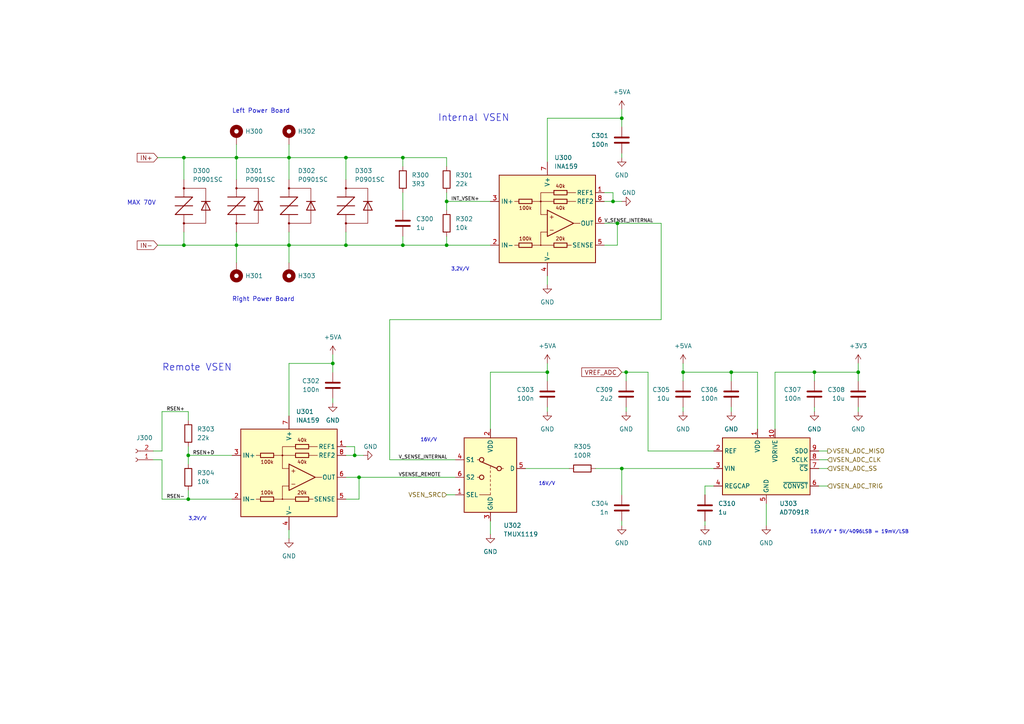
<source format=kicad_sch>
(kicad_sch (version 20231120) (generator "eeschema") (generator_version "8.0")
  (paper "A4")
  (title_block (title "Input Protection & Voltage Sense") (date "02/2024") (company "Martin Kopka"))
  (lib_symbols
    (symbol "Connector:Conn_01x02_Female" (pin_names (offset 1.016) hide)
      (property "Reference" "J" (at 0 2.54 0))
      (property "Value" "Conn_01x02_Female" (at 0 -5.08 0))
      (symbol "Conn_01x02_Female_1_1"
        (arc (start 0 -2.032) (mid -0.5058 -2.54) (end 0 -3.048) (stroke (width 0.1524)))
        (polyline (pts (xy -1.27 -2.54) (xy -0.508 -2.54)) (stroke (width 0.1524)))
        (polyline (pts (xy -1.27 0) (xy -0.508 0)) (stroke (width 0.1524)))
        (arc (start 0 0.508) (mid -0.5058 0) (end 0 -0.508) (stroke (width 0.1524)))
        (pin passive line (at -5.08 0 0) (length 3.81) (name "Pin_1") (number "1"))
        (pin passive line (at -5.08 -2.54 0) (length 3.81) (name "Pin_2") (number "2"))
      )
    )
    (symbol "Device:C" (pin_numbers hide) (pin_names (offset 0.254))
      (property "Reference" "C" (at 0.635 2.54 0))
      (property "Value" "C" (at 0.635 -2.54 0))
      (symbol "C_0_1"
        (polyline (pts (xy -2.032 -0.762) (xy 2.032 -0.762)) (stroke (width 0.508)))
        (polyline (pts (xy -2.032 0.762) (xy 2.032 0.762)) (stroke (width 0.508)))
      )
      (symbol "C_1_1"
        (pin passive line (at 0 3.81 270) (length 2.794) (name "~") (number "1"))
        (pin passive line (at 0 -3.81 90) (length 2.794) (name "~") (number "2"))
      )
    )
    (symbol "Device:R" (pin_numbers hide) (pin_names (offset 0))
      (property "Reference" "R" (at 2.032 0 90))
      (property "Value" "R" (at 0 0 90))
      (symbol "R_0_1"
        (rectangle (start -1.016 -2.54) (end 1.016 2.54) (stroke (width 0.254)))
      )
      (symbol "R_1_1"
        (pin passive line (at 0 3.81 270) (length 1.27) (name "~") (number "1"))
        (pin passive line (at 0 -3.81 90) (length 1.27) (name "~") (number "2"))
      )
    )
    (symbol "INA159_1"
      (property "Reference" "U" (at 6.35 19.05 0))
      (property "Value" "INA159_1" (at 6.35 16.51 0))
      (symbol "INA159_1_0_0"
        (rectangle (start -13.97 13.97) (end 13.97 -11.43) (stroke (width 0.25)) (fill (type background)))
        (circle (center -1.905 -6.35) (radius 0.127) (fill (type outline)))
        (circle (center -1.905 6.35) (radius 0.1796) (fill (type outline)))
        (polyline (pts (xy -4.445 -6.35) (xy 1.905 -6.35)))
        (polyline (pts (xy -1.905 -2.54) (xy -1.905 -6.35)))
        (polyline (pts (xy 5.715 -6.35) (xy 6.985 -6.35) (xy 6.985 -6.35)))
        (polyline (pts (xy 5.715 6.35) (xy 8.255 6.35) (xy 7.62 6.35)))
        (polyline (pts (xy 5.715 8.89) (xy 8.255 8.89) (xy 7.62 8.89)))
        (polyline (pts (xy 7.62 0) (xy 9.525 0) (xy 8.89 0)))
        (text "+" (at 1.27 1.905 0) (effects (font (size 1.27 1.27))))
        (text "-" (at 1.27 -1.905 0) (effects (font (size 1.27 1.27))))
        (text "100k" (at -6.35 -4.445 0) (effects (font (size 1 1))))
        (text "100k" (at -6.35 4.445 0) (effects (font (size 1 1))))
        (text "20k" (at 3.81 -4.445 0) (effects (font (size 1 1))))
        (text "40k" (at 3.81 4.445 0) (effects (font (size 1 1))))
        (text "40k" (at 3.81 10.795 0) (effects (font (size 1 1))))
      )
      (symbol "INA159_1_0_1"
        (rectangle (start -8.255 -5.715) (end -4.445 -6.985) (stroke (width 0.25)))
        (rectangle (start -8.255 6.985) (end -4.445 5.715) (stroke (width 0.25)))
        (polyline (pts (xy -8.255 -6.35) (xy -9.525 -6.35)))
        (polyline (pts (xy -8.255 6.35) (xy -9.525 6.35)))
        (polyline (pts (xy -4.445 6.35) (xy -1.905 6.35)))
        (polyline (pts (xy -1.905 -2.54) (xy 0 -2.54)))
        (polyline (pts (xy -1.905 2.54) (xy 0 2.54)))
        (polyline (pts (xy -1.905 2.54) (xy -1.905 6.35) (xy 1.905 6.35)))
        (polyline (pts (xy -1.905 6.35) (xy -1.905 8.89) (xy 1.905 8.89)))
        (polyline (pts (xy 0 3.81) (xy 7.62 0) (xy 0 -3.81) (xy 0 3.81)) (stroke (width 0.254)) (fill (type background)))
        (rectangle (start 1.905 -5.715) (end 5.715 -6.985) (stroke (width 0.25)))
        (rectangle (start 1.905 6.985) (end 5.715 5.715) (stroke (width 0.25)))
        (rectangle (start 1.905 9.525) (end 5.715 8.255) (stroke (width 0.25)))
      )
      (symbol "INA159_1_1_1"
        (pin input line (at 16.51 8.89 180) (length 2.54) (name "REF1") (number "1"))
        (pin input line (at -16.51 -6.35 0) (length 2.54) (name "IN-") (number "2"))
        (pin input line (at -16.51 6.35 0) (length 2.54) (name "IN+") (number "3"))
        (pin power_in line (at 0 -15.24 90) (length 3.81) (name "V-") (number "4"))
        (pin input line (at 16.51 -6.35 180) (length 2.54) (name "SENSE") (number "5"))
        (pin output line (at 16.51 0 180) (length 2.54) (name "OUT") (number "6"))
        (pin power_in line (at 0 17.78 270) (length 3.81) (name "V+") (number "7"))
        (pin input line (at 16.51 6.35 180) (length 2.54) (name "REF2") (number "8"))
      )
    )
    (symbol "Mechanical:MountingHole_Pad" (pin_numbers hide) (pin_names (offset 1.016) hide)
      (property "Reference" "H" (at 0 6.35 0))
      (property "Value" "MountingHole_Pad" (at 0 4.445 0))
      (symbol "MountingHole_Pad_0_1"
        (circle (center 0 1.27) (radius 1.27) (stroke (width 1.27)))
      )
      (symbol "MountingHole_Pad_1_1"
        (pin input line (at 0 -2.54 90) (length 2.54) (name "1") (number "1"))
      )
    )
    (symbol "Pxxx1Sx_1" (pin_numbers hide) (pin_names hide)
      (property "Reference" "D" (at -5.08 1.27 0))
      (property "Value" "Pxxx1Sx_1" (at -5.08 -1.27 0))
      (symbol "Pxxx1Sx_1_0_1"
        (circle (center 0 -5.08) (radius 0.254) (fill (type outline)))
        (polyline (pts (xy -2.54 0) (xy 2.54 0)) (stroke (width 0.25)))
        (polyline (pts (xy 5.08 1.27) (xy 7.62 1.27)) (stroke (width 0.25)))
        (polyline (pts (xy 6.35 -1.27) (xy 6.35 1.27)))
        (polyline (pts (xy -2.54 2.54) (xy 2.54 2.54) (xy -2.54 -2.54) (xy 2.54 -2.54)) (stroke (width 0.25)))
        (polyline (pts (xy 0 -2.54) (xy 0 -5.08) (xy 6.35 -5.08) (xy 6.35 -1.27)))
        (polyline (pts (xy 0 2.54) (xy 0 5.08) (xy 6.35 5.08) (xy 6.35 1.27)))
        (polyline (pts (xy 7.62 -1.27) (xy 5.08 -1.27) (xy 6.35 1.27) (xy 7.62 -1.27)) (stroke (width 0.254)))
        (circle (center 0 5.08) (radius 0.254) (fill (type outline)))
      )
      (symbol "Pxxx1Sx_1_1_1"
        (pin passive line (at 0 7.62 270) (length 2.54) (name "G") (number "1"))
        (pin passive line (at 0 -7.62 90) (length 2.54) (name "T/R") (number "2"))
      )
    )
    (symbol "Pxxx1Sx_2" (pin_numbers hide) (pin_names hide)
      (property "Reference" "D" (at -5.08 1.27 0))
      (property "Value" "Pxxx1Sx_2" (at -5.08 -1.27 0))
      (symbol "Pxxx1Sx_2_0_1"
        (circle (center 0 -5.08) (radius 0.254) (fill (type outline)))
        (polyline (pts (xy -2.54 0) (xy 2.54 0)) (stroke (width 0.25)))
        (polyline (pts (xy 5.08 1.27) (xy 7.62 1.27)) (stroke (width 0.25)))
        (polyline (pts (xy 6.35 -1.27) (xy 6.35 1.27)))
        (polyline (pts (xy -2.54 2.54) (xy 2.54 2.54) (xy -2.54 -2.54) (xy 2.54 -2.54)) (stroke (width 0.25)))
        (polyline (pts (xy 0 -2.54) (xy 0 -5.08) (xy 6.35 -5.08) (xy 6.35 -1.27)))
        (polyline (pts (xy 0 2.54) (xy 0 5.08) (xy 6.35 5.08) (xy 6.35 1.27)))
        (polyline (pts (xy 7.62 -1.27) (xy 5.08 -1.27) (xy 6.35 1.27) (xy 7.62 -1.27)) (stroke (width 0.254)))
        (circle (center 0 5.08) (radius 0.254) (fill (type outline)))
      )
      (symbol "Pxxx1Sx_2_1_1"
        (pin passive line (at 0 7.62 270) (length 2.54) (name "G") (number "1"))
        (pin passive line (at 0 -7.62 90) (length 2.54) (name "T/R") (number "2"))
      )
    )
    (symbol "Pxxx1Sx_3" (pin_numbers hide) (pin_names hide)
      (property "Reference" "D" (at -5.08 1.27 0))
      (property "Value" "Pxxx1Sx_3" (at -5.08 -1.27 0))
      (symbol "Pxxx1Sx_3_0_1"
        (circle (center 0 -5.08) (radius 0.254) (fill (type outline)))
        (polyline (pts (xy -2.54 0) (xy 2.54 0)) (stroke (width 0.25)))
        (polyline (pts (xy 5.08 1.27) (xy 7.62 1.27)) (stroke (width 0.25)))
        (polyline (pts (xy 6.35 -1.27) (xy 6.35 1.27)))
        (polyline (pts (xy -2.54 2.54) (xy 2.54 2.54) (xy -2.54 -2.54) (xy 2.54 -2.54)) (stroke (width 0.25)))
        (polyline (pts (xy 0 -2.54) (xy 0 -5.08) (xy 6.35 -5.08) (xy 6.35 -1.27)))
        (polyline (pts (xy 0 2.54) (xy 0 5.08) (xy 6.35 5.08) (xy 6.35 1.27)))
        (polyline (pts (xy 7.62 -1.27) (xy 5.08 -1.27) (xy 6.35 1.27) (xy 7.62 -1.27)) (stroke (width 0.254)))
        (circle (center 0 5.08) (radius 0.254) (fill (type outline)))
      )
      (symbol "Pxxx1Sx_3_1_1"
        (pin passive line (at 0 7.62 270) (length 2.54) (name "G") (number "1"))
        (pin passive line (at 0 -7.62 90) (length 2.54) (name "T/R") (number "2"))
      )
    )
    (symbol "TMUX1119_1"
      (property "Reference" "U" (at 2.54 16.51 0))
      (property "Value" "TMUX1119_1" (at 2.54 13.97 0))
      (symbol "TMUX1119_1_0_1"
        (rectangle (start -7.62 11.43) (end 7.62 -10.16) (stroke (width 0.254)) (fill (type background)))
        (circle (center -2.54 0) (radius 0.635) (stroke (width 0.254)))
        (circle (center -2.54 5.08) (radius 0.635) (stroke (width 0.254)))
        (polyline (pts (xy -3.81 0) (xy -3.175 0)))
        (polyline (pts (xy -3.81 5.08) (xy -3.175 5.08)))
        (polyline (pts (xy -3.175 -5.08) (xy 0 -5.08)))
        (polyline (pts (xy 0 -4.445) (xy 0 -5.08)))
        (polyline (pts (xy 0 -3.175) (xy 0 -3.81)))
        (polyline (pts (xy 0 -1.905) (xy 0 -2.54)))
        (polyline (pts (xy 0 -0.635) (xy 0 -1.27)))
        (polyline (pts (xy 0 0.635) (xy 0 0)))
        (polyline (pts (xy 0 1.905) (xy 0 1.27)))
        (polyline (pts (xy 0 3.175) (xy 0 2.54)))
        (polyline (pts (xy 1.905 2.54) (xy -2.54 4.445)) (stroke (width 0.254)))
        (polyline (pts (xy 3.81 2.54) (xy 3.175 2.54)))
        (circle (center 2.54 2.54) (radius 0.635) (stroke (width 0.254)))
      )
      (symbol "TMUX1119_1_1_1"
        (pin input line (at -10.16 -5.08 0) (length 2.54) (name "SEL") (number "1"))
        (pin power_in line (at 0 13.97 270) (length 2.54) (name "VDD") (number "2"))
        (pin power_in line (at 0 -12.7 90) (length 2.54) (name "GND") (number "3"))
        (pin bidirectional line (at -10.16 5.08 0) (length 2.54) (name "S1") (number "4"))
        (pin bidirectional line (at 10.16 2.54 180) (length 2.54) (name "D") (number "5"))
        (pin bidirectional line (at -10.16 0 0) (length 2.54) (name "S2") (number "6"))
      )
    )
    (symbol "Transistor_IGBT:AD7091R"
      (property "Reference" "U" (at 5.08 11.43 0))
      (property "Value" "AD7091R" (at 5.08 8.89 0))
      (symbol "AD7091R_0_1"
        (rectangle (start -12.7 6.35) (end 12.7 -10.16) (stroke (width 0.254)) (fill (type background)))
      )
      (symbol "AD7091R_1_1"
        (pin power_in line (at -2.54 8.89 270) (length 2.54) (name "VDD") (number "1"))
        (pin power_in line (at 2.54 8.89 270) (length 2.54) (name "VDRIVE") (number "10"))
        (pin input line (at -15.24 2.54 0) (length 2.54) (name "REF") (number "2"))
        (pin input line (at -15.24 -2.54 0) (length 2.54) (name "VIN") (number "3"))
        (pin passive line (at -15.24 -7.62 0) (length 2.54) (name "REGCAP") (number "4"))
        (pin power_in line (at 0 -12.7 90) (length 2.54) (name "GND") (number "5"))
        (pin input line (at 15.24 -7.62 180) (length 2.54) (name "~{CONVST}") (number "6"))
        (pin input line (at 15.24 -2.54 180) (length 2.54) (name "~{CS}") (number "7"))
        (pin input line (at 15.24 0 180) (length 2.54) (name "SCLK") (number "8"))
        (pin output line (at 15.24 2.54 180) (length 2.54) (name "SDO") (number "9"))
      )
    )
    (symbol "power:+3V3" (power) (pin_names (offset 0))
      (property "Value" "+3V3" (at 0 3.556 0))
      (symbol "+3V3_0_1"
        (polyline (pts (xy -0.762 1.27) (xy 0 2.54)))
        (polyline (pts (xy 0 0) (xy 0 2.54)))
        (polyline (pts (xy 0 2.54) (xy 0.762 1.27)))
      )
      (symbol "+3V3_1_1"
        (pin power_in line (at 0 0 90) (length 0) hide (name "+3V3") (number "1"))
      )
    )
    (symbol "power:+5VA" (power) (pin_names (offset 0))
      (property "Value" "+5VA" (at 0 3.556 0))
      (symbol "+5VA_0_1"
        (polyline (pts (xy -0.762 1.27) (xy 0 2.54)))
        (polyline (pts (xy 0 0) (xy 0 2.54)))
        (polyline (pts (xy 0 2.54) (xy 0.762 1.27)))
      )
      (symbol "+5VA_1_1"
        (pin power_in line (at 0 0 90) (length 0) hide (name "+5VA") (number "1"))
      )
    )
    (symbol "power:GND" (power) (pin_names (offset 0))
      (property "Value" "GND" (at 0 -3.81 0))
      (symbol "GND_0_1"
        (polyline (pts (xy 0 0) (xy 0 -1.27) (xy 1.27 -1.27) (xy 0 -2.54) (xy -1.27 -1.27) (xy 0 -1.27)))
      )
      (symbol "GND_1_1"
        (pin power_in line (at 0 0 270) (length 0) hide (name "GND") (number "1"))
      )
    )
    (symbol "w-analog-ic:INA159"
      (property "Reference" "U" (at 6.35 19.05 0))
      (property "Value" "INA159" (at 6.35 16.51 0))
      (symbol "INA159_0_0"
        (rectangle (start -13.97 13.97) (end 13.97 -11.43) (stroke (width 0.25)) (fill (type background)))
        (circle (center -1.905 -6.35) (radius 0.127) (fill (type outline)))
        (circle (center -1.905 6.35) (radius 0.1796) (fill (type outline)))
        (polyline (pts (xy -4.445 -6.35) (xy 1.905 -6.35)))
        (polyline (pts (xy -1.905 -2.54) (xy -1.905 -6.35)))
        (polyline (pts (xy 5.715 -6.35) (xy 6.985 -6.35) (xy 6.985 -6.35)))
        (polyline (pts (xy 5.715 6.35) (xy 8.255 6.35) (xy 7.62 6.35)))
        (polyline (pts (xy 5.715 8.89) (xy 8.255 8.89) (xy 7.62 8.89)))
        (polyline (pts (xy 7.62 0) (xy 9.525 0) (xy 8.89 0)))
        (text "+" (at 1.27 1.905 0) (effects (font (size 1.27 1.27))))
        (text "-" (at 1.27 -1.905 0) (effects (font (size 1.27 1.27))))
        (text "100k" (at -6.35 -4.445 0) (effects (font (size 1 1))))
        (text "100k" (at -6.35 4.445 0) (effects (font (size 1 1))))
        (text "20k" (at 3.81 -4.445 0) (effects (font (size 1 1))))
        (text "40k" (at 3.81 4.445 0) (effects (font (size 1 1))))
        (text "40k" (at 3.81 10.795 0) (effects (font (size 1 1))))
      )
      (symbol "INA159_0_1"
        (rectangle (start -8.255 -5.715) (end -4.445 -6.985) (stroke (width 0.25)))
        (rectangle (start -8.255 6.985) (end -4.445 5.715) (stroke (width 0.25)))
        (polyline (pts (xy -8.255 -6.35) (xy -9.525 -6.35)))
        (polyline (pts (xy -8.255 6.35) (xy -9.525 6.35)))
        (polyline (pts (xy -4.445 6.35) (xy -1.905 6.35)))
        (polyline (pts (xy -1.905 -2.54) (xy 0 -2.54)))
        (polyline (pts (xy -1.905 2.54) (xy 0 2.54)))
        (polyline (pts (xy -1.905 2.54) (xy -1.905 6.35) (xy 1.905 6.35)))
        (polyline (pts (xy -1.905 6.35) (xy -1.905 8.89) (xy 1.905 8.89)))
        (polyline (pts (xy 0 3.81) (xy 7.62 0) (xy 0 -3.81) (xy 0 3.81)) (stroke (width 0.254)) (fill (type background)))
        (rectangle (start 1.905 -5.715) (end 5.715 -6.985) (stroke (width 0.25)))
        (rectangle (start 1.905 6.985) (end 5.715 5.715) (stroke (width 0.25)))
        (rectangle (start 1.905 9.525) (end 5.715 8.255) (stroke (width 0.25)))
      )
      (symbol "INA159_1_1"
        (pin input line (at 16.51 8.89 180) (length 2.54) (name "REF1") (number "1"))
        (pin input line (at -16.51 -6.35 0) (length 2.54) (name "IN-") (number "2"))
        (pin input line (at -16.51 6.35 0) (length 2.54) (name "IN+") (number "3"))
        (pin power_in line (at 0 -15.24 90) (length 3.81) (name "V-") (number "4"))
        (pin input line (at 16.51 -6.35 180) (length 2.54) (name "SENSE") (number "5"))
        (pin output line (at 16.51 0 180) (length 2.54) (name "OUT") (number "6"))
        (pin power_in line (at 0 17.78 270) (length 3.81) (name "V+") (number "7"))
        (pin input line (at 16.51 6.35 180) (length 2.54) (name "REF2") (number "8"))
      )
    )
    (symbol "w-diode:Pxxx1Sx" (pin_numbers hide) (pin_names hide)
      (property "Reference" "D" (at -5.08 1.27 0))
      (property "Value" "Pxxx1Sx" (at -5.08 -1.27 0))
      (symbol "Pxxx1Sx_0_1"
        (circle (center 0 -5.08) (radius 0.254) (fill (type outline)))
        (polyline (pts (xy -2.54 0) (xy 2.54 0)) (stroke (width 0.25)))
        (polyline (pts (xy 5.08 1.27) (xy 7.62 1.27)) (stroke (width 0.25)))
        (polyline (pts (xy 6.35 -1.27) (xy 6.35 1.27)))
        (polyline (pts (xy -2.54 2.54) (xy 2.54 2.54) (xy -2.54 -2.54) (xy 2.54 -2.54)) (stroke (width 0.25)))
        (polyline (pts (xy 0 -2.54) (xy 0 -5.08) (xy 6.35 -5.08) (xy 6.35 -1.27)))
        (polyline (pts (xy 0 2.54) (xy 0 5.08) (xy 6.35 5.08) (xy 6.35 1.27)))
        (polyline (pts (xy 7.62 -1.27) (xy 5.08 -1.27) (xy 6.35 1.27) (xy 7.62 -1.27)) (stroke (width 0.254)))
        (circle (center 0 5.08) (radius 0.254) (fill (type outline)))
      )
      (symbol "Pxxx1Sx_1_1"
        (pin passive line (at 0 7.62 270) (length 2.54) (name "G") (number "1"))
        (pin passive line (at 0 -7.62 90) (length 2.54) (name "T/R") (number "2"))
      )
    )
  )
  (junction (at 181.61 107.95))
  (junction (at 53.34 71.12))
  (junction (at 104.14 138.43))
  (junction (at 102.87 132.08))
  (junction (at 100.33 71.12))
  (junction (at 180.34 34.29))
  (junction (at 83.82 45.72))
  (junction (at 116.84 45.72))
  (junction (at 129.54 58.42))
  (junction (at 129.54 71.12))
  (junction (at 83.82 71.12))
  (junction (at 248.92 107.95))
  (junction (at 177.8 58.42))
  (junction (at 54.61 132.08))
  (junction (at 68.58 71.12))
  (junction (at 236.22 107.95))
  (junction (at 180.34 135.89))
  (junction (at 116.84 71.12))
  (junction (at 179.07 64.77))
  (junction (at 198.12 107.95))
  (junction (at 54.61 144.78))
  (junction (at 68.58 45.72))
  (junction (at 100.33 45.72))
  (junction (at 53.34 45.72))
  (junction (at 96.52 105.41))
  (junction (at 212.09 107.95))
  (junction (at 158.75 107.95))
  (wire (pts (xy 152.4 135.89) (xy 165.1 135.89)))
  (wire (pts (xy 237.49 133.35) (xy 240.03 133.35)))
  (wire (pts (xy 96.52 102.87) (xy 96.52 105.41)))
  (wire (pts (xy 96.52 105.41) (xy 96.52 107.95)))
  (wire (pts (xy 204.47 140.97) (xy 204.47 143.51)))
  (wire (pts (xy 113.03 92.71) (xy 191.77 92.71)))
  (wire (pts (xy 83.82 105.41) (xy 83.82 120.65)))
  (wire (pts (xy 219.71 124.46) (xy 219.71 107.95)))
  (wire (pts (xy 102.87 129.54) (xy 102.87 132.08)))
  (wire (pts (xy 83.82 45.72) (xy 68.58 45.72)))
  (wire (pts (xy 172.72 135.89) (xy 180.34 135.89)))
  (wire (pts (xy 175.26 71.12) (xy 179.07 71.12)))
  (wire (pts (xy 67.31 144.78) (xy 54.61 144.78)))
  (wire (pts (xy 187.96 107.95) (xy 181.61 107.95)))
  (wire (pts (xy 158.75 80.01) (xy 158.75 82.55)))
  (wire (pts (xy 142.24 151.13) (xy 142.24 154.94)))
  (wire (pts (xy 68.58 45.72) (xy 53.34 45.72)))
  (wire (pts (xy 104.14 138.43) (xy 132.08 138.43)))
  (wire (pts (xy 83.82 71.12) (xy 68.58 71.12)))
  (wire (pts (xy 44.45 133.35) (xy 46.99 133.35)))
  (wire (pts (xy 68.58 71.12) (xy 68.58 76.2)))
  (wire (pts (xy 53.34 67.31) (xy 53.34 71.12)))
  (wire (pts (xy 54.61 144.78) (xy 54.61 142.24)))
  (wire (pts (xy 158.75 105.41) (xy 158.75 107.95)))
  (wire (pts (xy 181.61 107.95) (xy 181.61 110.49)))
  (wire (pts (xy 248.92 118.11) (xy 248.92 119.38)))
  (wire (pts (xy 46.99 130.81) (xy 46.99 119.38)))
  (wire (pts (xy 100.33 138.43) (xy 104.14 138.43)))
  (wire (pts (xy 116.84 55.88) (xy 116.84 60.96)))
  (wire (pts (xy 68.58 71.12) (xy 53.34 71.12)))
  (wire (pts (xy 175.26 64.77) (xy 179.07 64.77)))
  (wire (pts (xy 175.26 58.42) (xy 177.8 58.42)))
  (wire (pts (xy 181.61 118.11) (xy 181.61 119.38)))
  (wire (pts (xy 116.84 68.58) (xy 116.84 71.12)))
  (wire (pts (xy 113.03 133.35) (xy 113.03 92.71)))
  (wire (pts (xy 83.82 67.31) (xy 83.82 71.12)))
  (wire (pts (xy 100.33 144.78) (xy 104.14 144.78)))
  (wire (pts (xy 100.33 132.08) (xy 102.87 132.08)))
  (wire (pts (xy 83.82 105.41) (xy 96.52 105.41)))
  (wire (pts (xy 248.92 110.49) (xy 248.92 107.95)))
  (wire (pts (xy 175.26 55.88) (xy 177.8 55.88)))
  (wire (pts (xy 224.79 107.95) (xy 236.22 107.95)))
  (wire (pts (xy 198.12 107.95) (xy 212.09 107.95)))
  (wire (pts (xy 53.34 45.72) (xy 53.34 52.07)))
  (wire (pts (xy 96.52 115.57) (xy 96.52 116.84)))
  (wire (pts (xy 219.71 107.95) (xy 212.09 107.95)))
  (wire (pts (xy 222.25 146.05) (xy 222.25 152.4)))
  (wire (pts (xy 180.34 107.95) (xy 181.61 107.95)))
  (wire (pts (xy 180.34 151.13) (xy 180.34 152.4)))
  (wire (pts (xy 129.54 58.42) (xy 129.54 55.88)))
  (wire (pts (xy 116.84 71.12) (xy 100.33 71.12)))
  (wire (pts (xy 46.99 133.35) (xy 46.99 144.78)))
  (wire (pts (xy 68.58 52.07) (xy 68.58 45.72)))
  (wire (pts (xy 129.54 48.26) (xy 129.54 45.72)))
  (wire (pts (xy 100.33 45.72) (xy 83.82 45.72)))
  (wire (pts (xy 54.61 121.92) (xy 54.61 119.38)))
  (wire (pts (xy 179.07 71.12) (xy 179.07 64.77)))
  (wire (pts (xy 129.54 45.72) (xy 116.84 45.72)))
  (wire (pts (xy 83.82 41.91) (xy 83.82 45.72)))
  (wire (pts (xy 180.34 31.75) (xy 180.34 34.29)))
  (wire (pts (xy 198.12 105.41) (xy 198.12 107.95)))
  (wire (pts (xy 180.34 44.45) (xy 180.34 45.72)))
  (wire (pts (xy 248.92 107.95) (xy 236.22 107.95)))
  (wire (pts (xy 129.54 143.51) (xy 132.08 143.51)))
  (wire (pts (xy 68.58 41.91) (xy 68.58 45.72)))
  (wire (pts (xy 237.49 130.81) (xy 240.03 130.81)))
  (wire (pts (xy 116.84 45.72) (xy 100.33 45.72)))
  (wire (pts (xy 45.72 45.72) (xy 53.34 45.72)))
  (wire (pts (xy 83.82 52.07) (xy 83.82 45.72)))
  (wire (pts (xy 191.77 64.77) (xy 191.77 92.71)))
  (wire (pts (xy 142.24 107.95) (xy 158.75 107.95)))
  (wire (pts (xy 129.54 58.42) (xy 129.54 60.96)))
  (wire (pts (xy 67.31 132.08) (xy 54.61 132.08)))
  (wire (pts (xy 142.24 71.12) (xy 129.54 71.12)))
  (wire (pts (xy 116.84 48.26) (xy 116.84 45.72)))
  (wire (pts (xy 68.58 67.31) (xy 68.58 71.12)))
  (wire (pts (xy 187.96 130.81) (xy 187.96 107.95)))
  (wire (pts (xy 142.24 58.42) (xy 129.54 58.42)))
  (wire (pts (xy 105.41 132.08) (xy 102.87 132.08)))
  (wire (pts (xy 100.33 52.07) (xy 100.33 45.72)))
  (wire (pts (xy 104.14 144.78) (xy 104.14 138.43)))
  (wire (pts (xy 54.61 132.08) (xy 54.61 129.54)))
  (wire (pts (xy 180.34 135.89) (xy 207.01 135.89)))
  (wire (pts (xy 129.54 71.12) (xy 129.54 68.58)))
  (wire (pts (xy 158.75 34.29) (xy 158.75 46.99)))
  (wire (pts (xy 54.61 132.08) (xy 54.61 134.62)))
  (wire (pts (xy 187.96 130.81) (xy 207.01 130.81)))
  (wire (pts (xy 132.08 133.35) (xy 113.03 133.35)))
  (wire (pts (xy 46.99 144.78) (xy 54.61 144.78)))
  (wire (pts (xy 236.22 107.95) (xy 236.22 110.49)))
  (wire (pts (xy 236.22 118.11) (xy 236.22 119.38)))
  (wire (pts (xy 198.12 110.49) (xy 198.12 107.95)))
  (wire (pts (xy 116.84 71.12) (xy 129.54 71.12)))
  (wire (pts (xy 204.47 151.13) (xy 204.47 152.4)))
  (wire (pts (xy 44.45 130.81) (xy 46.99 130.81)))
  (wire (pts (xy 177.8 55.88) (xy 177.8 58.42)))
  (wire (pts (xy 212.09 118.11) (xy 212.09 119.38)))
  (wire (pts (xy 180.34 34.29) (xy 180.34 36.83)))
  (wire (pts (xy 53.34 71.12) (xy 45.72 71.12)))
  (wire (pts (xy 46.99 119.38) (xy 54.61 119.38)))
  (wire (pts (xy 198.12 118.11) (xy 198.12 119.38)))
  (wire (pts (xy 224.79 124.46) (xy 224.79 107.95)))
  (wire (pts (xy 237.49 140.97) (xy 240.03 140.97)))
  (wire (pts (xy 191.77 64.77) (xy 179.07 64.77)))
  (wire (pts (xy 248.92 105.41) (xy 248.92 107.95)))
  (wire (pts (xy 158.75 34.29) (xy 180.34 34.29)))
  (wire (pts (xy 100.33 71.12) (xy 83.82 71.12)))
  (wire (pts (xy 83.82 71.12) (xy 83.82 76.2)))
  (wire (pts (xy 100.33 67.31) (xy 100.33 71.12)))
  (wire (pts (xy 180.34 58.42) (xy 177.8 58.42)))
  (wire (pts (xy 207.01 140.97) (xy 204.47 140.97)))
  (wire (pts (xy 142.24 107.95) (xy 142.24 124.46)))
  (wire (pts (xy 180.34 135.89) (xy 180.34 143.51)))
  (wire (pts (xy 83.82 153.67) (xy 83.82 156.21)))
  (wire (pts (xy 212.09 107.95) (xy 212.09 110.49)))
  (wire (pts (xy 158.75 107.95) (xy 158.75 110.49)))
  (wire (pts (xy 158.75 118.11) (xy 158.75 119.38)))
  (wire (pts (xy 237.49 135.89) (xy 240.03 135.89)))
  (wire (pts (xy 100.33 129.54) (xy 102.87 129.54)))
  (text "Left Power Board" (at 67.31 33.02 0) (effects (font (size 1.27 1.27)) (justify left bottom)))
  (text "Right Power Board" (at 67.31 87.63 0) (effects (font (size 1.27 1.27)) (justify left bottom)))
  (text "3,2V/V" (at 54.61 151.13 0) (effects (font (size 1 1)) (justify left bottom)))
  (text "MAX 70V" (at 36.83 59.69 0) (effects (font (size 1.27 1.27)) (justify left bottom)))
  (text "Remote VSEN" (at 46.99 106.68 0) (effects (font (size 2 2)) (justify left)))
  (text "Internal VSEN" (at 127 34.29 0) (effects (font (size 2 2)) (justify left)))
  (text "3,2V/V" (at 130.81 78.74 0) (effects (font (size 1 1)) (justify left bottom)))
  (text "16V/V" (at 156.21 140.97 0) (effects (font (size 1 1)) (justify left bottom)))
  (text "15,6V/V * 5V/4096LSB = 19mV/LSB" (at 234.95 154.94 0) (effects (font (size 1 1)) (justify left bottom)))
  (text "16V/V" (at 121.92 128.27 0) (effects (font (size 1 1)) (justify left bottom)))
  (label "RSEN-" (at 48.26 144.78 0) (effects (font (size 1 1))))
  (label "RSEN+D" (at 55.88 132.08 0) (effects (font (size 1 1))))
  (label "INT_VSEN+" (at 130.81 58.42 0) (effects (font (size 1 1))))
  (label "RSEN+" (at 48.26 119.38 0) (effects (font (size 1 1))))
  (label "V_SENSE_INTERNAL" (at 175.26 64.77 0) (effects (font (size 1 1))))
  (label "V_SENSE_INTERNAL" (at 115.57 133.35 0) (effects (font (size 1 1))))
  (label "VSENSE_REMOTE" (at 115.57 138.43 0) (effects (font (size 1 1))))
  (global_label "IN+" (shape input) (at 45.72 45.72 180) (property "Intersheetrefs" "${INTERSHEET_REFS}" (effects (hide yes))))
  (global_label "IN-" (shape input) (at 45.72 71.12 180) (property "Intersheetrefs" "${INTERSHEET_REFS}" (effects (hide yes))))
  (global_label "VREF_ADC" (shape input) (at 180.34 107.95 180) (property "Intersheetrefs" "${INTERSHEET_REFS}" (effects (hide yes))))
  (hierarchical_label "VSEN_ADC_CLK" (shape input) (at 240.03 133.35 0))
  (hierarchical_label "VSEN_ADC_TRIG" (shape input) (at 240.03 140.97 0))
  (hierarchical_label "VSEN_ADC_MISO" (shape output) (at 240.03 130.81 0))
  (hierarchical_label "VSEN_SRC" (shape input) (at 129.54 143.51 180))
  (hierarchical_label "VSEN_ADC_SS" (shape input) (at 240.03 135.89 0))
  (symbol (lib_id "Transistor_IGBT:AD7091R") (at 222.25 133.35 0) (unit 1)
    (property "Reference" "U303" (at 226.06 146.05 0) (effects (justify left)))
    (property "Value" "AD7091R" (at 226.06 148.59 0) (effects (justify left)))
    (property "Footprint" "w-ic:VSSOP-10 3x3mm P0.5mm" (effects (hide yes)))
    (property "Datasheet" "https://cz.mouser.com/datasheet/2/609/AD7091R-3118521.pdf" (effects (hide yes)))
  )
  (symbol (lib_name "Pxxx1Sx_1") (lib_id "w-diode:Pxxx1Sx") (at 68.58 59.69 0) (unit 1)
    (property "Reference" "D301" (at 71.12 49.53 0) (effects (justify left)))
    (property "Value" "P0901SC" (at 71.12 52.07 0) (effects (justify left)))
    (property "Footprint" "w-diode:SMB" (effects (hide yes)))
    (property "Datasheet" "https://cz.mouser.com/datasheet/2/240/media-3323681.pdf" (effects (hide yes)))
  )
  (symbol (lib_id "Mechanical:MountingHole_Pad") (at 83.82 39.37 0) (unit 1) (in_bom no)
    (property "Reference" "H302" (at 86.36 38.1 0) (effects (justify left)))
    (property "Value" "MountingHole_Pad" (effects (hide yes)))
    (property "Footprint" "MountingHole:MountingHole_4.3mm_M4_DIN965_Pad" (effects (hide yes)))
  )
  (symbol (lib_id "Device:R") (at 129.54 52.07 0) (unit 1)
    (property "Reference" "R301" (at 132.08 50.8 0) (effects (justify left)))
    (property "Value" "22k" (at 132.08 53.34 0) (effects (justify left)))
    (property "Footprint" "Resistor_SMD:R_0603_1608Metric" (effects (hide yes)))
  )
  (symbol (lib_id "Device:C") (at 96.52 111.76 0) (unit 1)
    (property "Reference" "C302" (at 92.71 110.49 0) (effects (justify right)))
    (property "Value" "100n" (at 92.71 113.03 0) (effects (justify right)))
    (property "Footprint" "Capacitor_SMD:C_0603_1608Metric" (effects (hide yes)))
  )
  (symbol (lib_name "INA159_1") (lib_id "w-analog-ic:INA159") (at 83.82 138.43 0) (unit 1)
    (property "Reference" "U301" (at 85.8394 119.38 0) (effects (justify left)))
    (property "Value" "INA159" (at 85.8394 121.92 0) (effects (justify left)))
    (property "Footprint" "w-ic:VSSOP-8_3x3mm_P0.65mm" (effects (hide yes)))
    (property "Datasheet" "https://www.ti.com/lit/ds/symlink/ina159.pdf?ts=1707123815042&ref_url=https%253A%252F%252Fcz.mouser.com%252F" (effects (hide yes)))
  )
  (symbol (lib_id "Device:C") (at 181.61 114.3 180) (unit 1)
    (property "Reference" "C309" (at 177.8 113.03 0) (effects (justify left)))
    (property "Value" "2u2" (at 177.8 115.57 0) (effects (justify left)))
    (property "Footprint" "Capacitor_SMD:C_0603_1608Metric" (effects (hide yes)))
  )
  (symbol (lib_id "power:GND") (at 142.24 154.94 0) (unit 1)
    (property "Reference" "#PWR0201" (effects (hide yes)))
    (property "Value" "GND" (at 142.24 160.02 0))
  )
  (symbol (lib_id "Device:C") (at 248.92 114.3 0) (unit 1)
    (property "Reference" "C308" (at 245.11 113.03 0) (effects (justify right)))
    (property "Value" "10u" (at 245.11 115.57 0) (effects (justify right)))
    (property "Footprint" "Capacitor_SMD:C_0603_1608Metric" (effects (hide yes)))
  )
  (symbol (lib_id "power:GND") (at 248.92 119.38 0) (unit 1)
    (property "Reference" "#PWR0162" (effects (hide yes)))
    (property "Value" "GND" (at 248.92 124.46 0))
  )
  (symbol (lib_id "Device:C") (at 204.47 147.32 0) (unit 1)
    (property "Reference" "C310" (at 208.28 146.05 0) (effects (justify left)))
    (property "Value" "1u" (at 208.28 148.59 0) (effects (justify left)))
    (property "Footprint" "Capacitor_SMD:C_0603_1608Metric" (effects (hide yes)))
  )
  (symbol (lib_id "power:GND") (at 180.34 45.72 0) (unit 1)
    (property "Reference" "#PWR0108" (effects (hide yes)))
    (property "Value" "GND" (at 180.34 50.8 0))
  )
  (symbol (lib_id "Connector:Conn_01x02_Female") (at 39.37 133.35 180) (unit 1)
    (property "Reference" "J300" (at 41.91 127 0))
    (property "Value" "Conn_01x02_Female" (effects (hide yes)))
    (property "Footprint" "Connector_JST:JST_XH_B2B-XH-A_1x02_P2.50mm_Vertical" (effects (hide yes)))
  )
  (symbol (lib_id "Device:C") (at 198.12 114.3 0) (unit 1)
    (property "Reference" "C305" (at 194.31 113.03 0) (effects (justify right)))
    (property "Value" "10u" (at 194.31 115.57 0) (effects (justify right)))
    (property "Footprint" "Capacitor_SMD:C_0603_1608Metric" (effects (hide yes)))
  )
  (symbol (lib_id "power:GND") (at 83.82 156.21 0) (unit 1)
    (property "Reference" "#PWR0205" (effects (hide yes)))
    (property "Value" "GND" (at 83.82 161.29 0))
  )
  (symbol (lib_id "Device:R") (at 54.61 125.73 0) (unit 1)
    (property "Reference" "R303" (at 57.15 124.46 0) (effects (justify left)))
    (property "Value" "22k" (at 57.15 127 0) (effects (justify left)))
    (property "Footprint" "Resistor_SMD:R_0603_1608Metric" (effects (hide yes)))
  )
  (symbol (lib_id "power:GND") (at 212.09 119.38 0) (unit 1)
    (property "Reference" "#PWR0161" (effects (hide yes)))
    (property "Value" "GND" (at 212.09 124.46 0))
  )
  (symbol (lib_id "Device:R") (at 168.91 135.89 90) (unit 1)
    (property "Reference" "R305" (at 168.91 129.54 90))
    (property "Value" "100R" (at 168.91 132.08 90))
    (property "Footprint" "Resistor_SMD:R_0603_1608Metric" (effects (hide yes)))
  )
  (symbol (lib_id "power:+5VA") (at 180.34 31.75 0) (unit 1)
    (property "Reference" "#PWR0141" (effects (hide yes)))
    (property "Value" "+5VA" (at 180.34 26.67 0))
  )
  (symbol (lib_id "Device:C") (at 180.34 40.64 0) (unit 1)
    (property "Reference" "C301" (at 176.53 39.37 0) (effects (justify right)))
    (property "Value" "100n" (at 176.53 41.91 0) (effects (justify right)))
    (property "Footprint" "Capacitor_SMD:C_0603_1608Metric" (effects (hide yes)))
  )
  (symbol (lib_id "power:+3V3") (at 248.92 105.41 0) (unit 1)
    (property "Reference" "#PWR0163" (effects (hide yes)))
    (property "Value" "+3V3" (at 248.92 100.33 0))
  )
  (symbol (lib_id "power:GND") (at 236.22 119.38 0) (unit 1)
    (property "Reference" "#PWR0160" (effects (hide yes)))
    (property "Value" "GND" (at 236.22 124.46 0))
  )
  (symbol (lib_id "Device:R") (at 116.84 52.07 0) (unit 1)
    (property "Reference" "R300" (at 119.38 50.8 0) (effects (justify left)))
    (property "Value" "3R3" (at 119.38 53.34 0) (effects (justify left)))
    (property "Footprint" "Resistor_SMD:R_1206_3216Metric" (effects (hide yes)))
  )
  (symbol (lib_id "power:GND") (at 180.34 152.4 0) (unit 1)
    (property "Reference" "#PWR0155" (effects (hide yes)))
    (property "Value" "GND" (at 180.34 157.48 0))
  )
  (symbol (lib_id "power:GND") (at 158.75 82.55 0) (unit 1)
    (property "Reference" "#PWR0105" (effects (hide yes)))
    (property "Value" "GND" (at 158.75 87.63 0))
  )
  (symbol (lib_id "w-diode:Pxxx1Sx") (at 100.33 59.69 0) (unit 1)
    (property "Reference" "D303" (at 102.87 49.53 0) (effects (justify left)))
    (property "Value" "P0901SC" (at 102.87 52.07 0) (effects (justify left)))
    (property "Footprint" "w-diode:SMB" (effects (hide yes)))
    (property "Datasheet" "https://cz.mouser.com/datasheet/2/240/media-3323681.pdf" (effects (hide yes)))
  )
  (symbol (lib_id "power:GND") (at 158.75 119.38 0) (unit 1)
    (property "Reference" "#PWR0200" (effects (hide yes)))
    (property "Value" "GND" (at 158.75 124.46 0))
  )
  (symbol (lib_id "w-analog-ic:INA159") (at 158.75 64.77 0) (unit 1)
    (property "Reference" "U300" (at 160.7694 45.72 0) (effects (justify left)))
    (property "Value" "INA159" (at 160.7694 48.26 0) (effects (justify left)))
    (property "Footprint" "w-ic:VSSOP-8_3x3mm_P0.65mm" (effects (hide yes)))
    (property "Datasheet" "https://www.ti.com/lit/ds/symlink/ina159.pdf?ts=1707123815042&ref_url=https%253A%252F%252Fcz.mouser.com%252F" (effects (hide yes)))
  )
  (symbol (lib_name "TMUX1119_1") (lib_id "w-analog-ic:TMUX1119") (at 142.24 138.43 0) (unit 1)
    (property "Reference" "U302" (at 146.05 152.4 0) (effects (justify left)))
    (property "Value" "TMUX1119" (at 146.05 154.94 0) (effects (justify left)))
    (property "Footprint" "w-ic:SOP-6" (effects (hide yes)))
    (property "Datasheet" "https://www.ti.com/lit/ds/symlink/tmux1119.pdf?ts=1706859549786&ref_url=https%253A%252F%252Fno.mouser.com%252F" (effects (hide yes)))
  )
  (symbol (lib_id "power:GND") (at 204.47 152.4 0) (unit 1)
    (property "Reference" "#PWR0156" (effects (hide yes)))
    (property "Value" "GND" (at 204.47 157.48 0))
  )
  (symbol (lib_id "power:+5VA") (at 96.52 102.87 0) (unit 1)
    (property "Reference" "#PWR0202" (effects (hide yes)))
    (property "Value" "+5VA" (at 96.52 97.79 0))
  )
  (symbol (lib_id "Device:C") (at 180.34 147.32 0) (unit 1)
    (property "Reference" "C304" (at 176.53 146.05 0) (effects (justify right)))
    (property "Value" "1n" (at 176.53 148.59 0) (effects (justify right)))
    (property "Footprint" "Capacitor_SMD:C_0603_1608Metric" (effects (hide yes)))
  )
  (symbol (lib_id "Device:C") (at 236.22 114.3 0) (unit 1)
    (property "Reference" "C307" (at 232.41 113.03 0) (effects (justify right)))
    (property "Value" "100n" (at 232.41 115.57 0) (effects (justify right)))
    (property "Footprint" "Capacitor_SMD:C_0603_1608Metric" (effects (hide yes)))
  )
  (symbol (lib_id "Device:C") (at 116.84 64.77 0) (unit 1)
    (property "Reference" "C300" (at 120.65 63.5 0) (effects (justify left)))
    (property "Value" "1u" (at 120.65 66.04 0) (effects (justify left)))
    (property "Footprint" "Capacitor_SMD:C_1206_3216Metric" (effects (hide yes)))
  )
  (symbol (lib_id "power:GND") (at 198.12 119.38 0) (unit 1)
    (property "Reference" "#PWR0159" (effects (hide yes)))
    (property "Value" "GND" (at 198.12 124.46 0))
  )
  (symbol (lib_id "power:+5VA") (at 198.12 105.41 0) (unit 1)
    (property "Reference" "#PWR0147" (effects (hide yes)))
    (property "Value" "+5VA" (at 198.12 100.33 0))
  )
  (symbol (lib_id "power:GND") (at 181.61 119.38 0) (unit 1)
    (property "Reference" "#PWR0176" (effects (hide yes)))
    (property "Value" "GND" (at 181.61 124.46 0))
  )
  (symbol (lib_id "Device:R") (at 54.61 138.43 0) (unit 1)
    (property "Reference" "R304" (at 57.15 137.16 0) (effects (justify left)))
    (property "Value" "10k" (at 57.15 139.7 0) (effects (justify left)))
    (property "Footprint" "Resistor_SMD:R_0603_1608Metric" (effects (hide yes)))
  )
  (symbol (lib_id "power:GND") (at 222.25 152.4 0) (unit 1)
    (property "Reference" "#PWR0157" (effects (hide yes)))
    (property "Value" "GND" (at 222.25 157.48 0))
  )
  (symbol (lib_id "Mechanical:MountingHole_Pad") (at 68.58 78.74 180) (unit 1) (in_bom no)
    (property "Reference" "H301" (at 71.12 80.0099 0) (effects (justify right)))
    (property "Value" "MountingHole_Pad" (effects (hide yes)))
    (property "Footprint" "MountingHole:MountingHole_4.3mm_M4_DIN965_Pad" (effects (hide yes)))
  )
  (symbol (lib_id "Mechanical:MountingHole_Pad") (at 83.82 78.74 180) (unit 1) (in_bom no)
    (property "Reference" "H303" (at 86.36 80.0099 0) (effects (justify right)))
    (property "Value" "MountingHole_Pad" (effects (hide yes)))
    (property "Footprint" "MountingHole:MountingHole_4.3mm_M4_DIN965_Pad" (effects (hide yes)))
  )
  (symbol (lib_id "power:GND") (at 96.52 116.84 0) (unit 1)
    (property "Reference" "#PWR0204" (effects (hide yes)))
    (property "Value" "GND" (at 96.52 121.92 0))
  )
  (symbol (lib_id "Device:C") (at 158.75 114.3 0) (unit 1)
    (property "Reference" "C303" (at 154.94 113.03 0) (effects (justify right)))
    (property "Value" "100n" (at 154.94 115.57 0) (effects (justify right)))
    (property "Footprint" "Capacitor_SMD:C_0603_1608Metric" (effects (hide yes)))
  )
  (symbol (lib_name "Pxxx1Sx_2") (lib_id "w-diode:Pxxx1Sx") (at 53.34 59.69 0) (unit 1)
    (property "Reference" "D300" (at 55.88 49.53 0) (effects (justify left)))
    (property "Value" "P0901SC" (at 55.88 52.07 0) (effects (justify left)))
    (property "Footprint" "w-diode:SMB" (effects (hide yes)))
    (property "Datasheet" "https://cz.mouser.com/datasheet/2/240/media-3323681.pdf" (effects (hide yes)))
  )
  (symbol (lib_id "power:+5VA") (at 158.75 105.41 0) (unit 1)
    (property "Reference" "#PWR0199" (effects (hide yes)))
    (property "Value" "+5VA" (at 158.75 100.33 0))
  )
  (symbol (lib_id "Device:C") (at 212.09 114.3 0) (unit 1)
    (property "Reference" "C306" (at 208.28 113.03 0) (effects (justify right)))
    (property "Value" "100n" (at 208.28 115.57 0) (effects (justify right)))
    (property "Footprint" "Capacitor_SMD:C_0603_1608Metric" (effects (hide yes)))
  )
  (symbol (lib_id "power:GND") (at 180.34 58.42 90) (unit 1)
    (property "Reference" "#PWR0158" (effects (hide yes)))
    (property "Value" "GND" (at 180.34 55.88 90) (effects (justify right)))
  )
  (symbol (lib_id "Device:R") (at 129.54 64.77 0) (unit 1)
    (property "Reference" "R302" (at 132.08 63.5 0) (effects (justify left)))
    (property "Value" "10k" (at 132.08 66.04 0) (effects (justify left)))
    (property "Footprint" "Resistor_SMD:R_0603_1608Metric" (effects (hide yes)))
  )
  (symbol (lib_id "Mechanical:MountingHole_Pad") (at 68.58 39.37 0) (unit 1) (in_bom no)
    (property "Reference" "H300" (at 71.12 38.1 0) (effects (justify left)))
    (property "Value" "MountingHole_Pad" (effects (hide yes)))
    (property "Footprint" "MountingHole:MountingHole_4.3mm_M4_DIN965_Pad" (effects (hide yes)))
  )
  (symbol (lib_id "power:GND") (at 105.41 132.08 90) (unit 1)
    (property "Reference" "#PWR0203" (effects (hide yes)))
    (property "Value" "GND" (at 105.41 129.54 90) (effects (justify right)))
  )
  (symbol (lib_name "Pxxx1Sx_3") (lib_id "w-diode:Pxxx1Sx") (at 83.82 59.69 0) (unit 1)
    (property "Reference" "D302" (at 86.36 49.53 0) (effects (justify left)))
    (property "Value" "P0901SC" (at 86.36 52.07 0) (effects (justify left)))
    (property "Footprint" "w-diode:SMB" (effects (hide yes)))
    (property "Datasheet" "https://cz.mouser.com/datasheet/2/240/media-3323681.pdf" (effects (hide yes)))
  )
)
</source>
